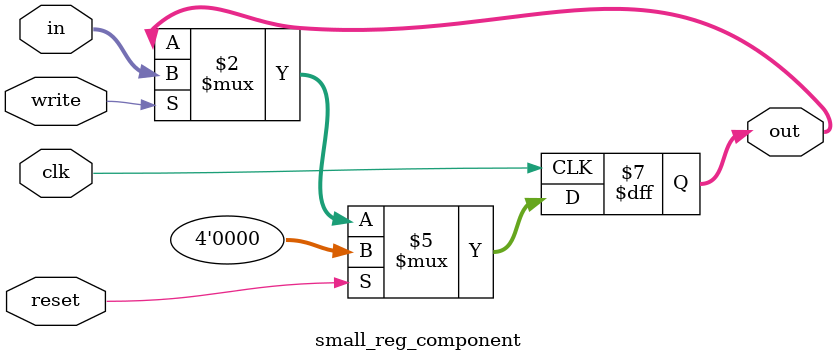
<source format=v>

module small_reg_component(clk, in, write, reset, out);

input clk;
input [3:0] in;
input write;
input reset;

output reg [3:0] out;


always @(posedge clk)
begin
	if (reset) begin
		out <= 0;
	end else if (write) begin
		out <= in;
	end
end

endmodule

	

</source>
